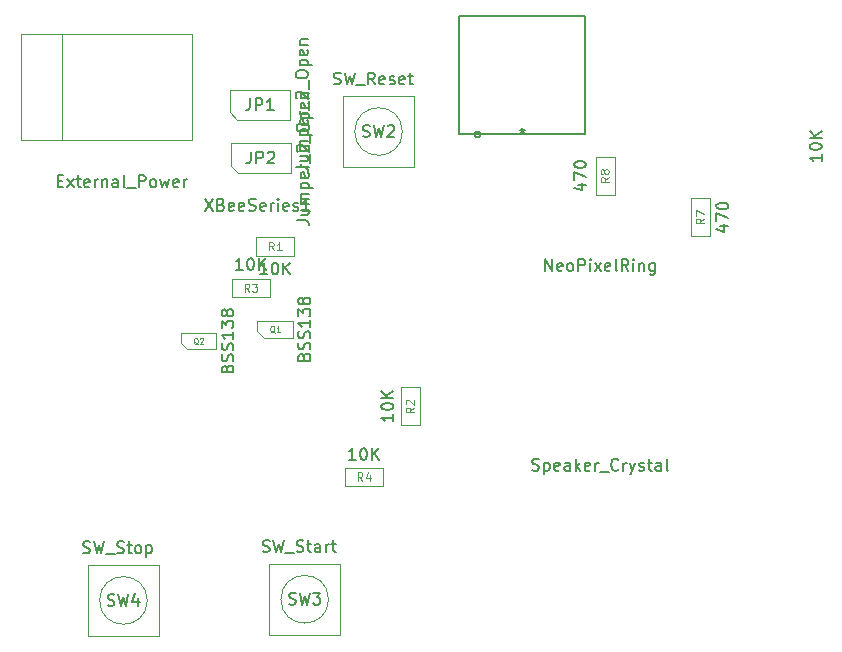
<source format=gbr>
G04 #@! TF.GenerationSoftware,KiCad,Pcbnew,5.0.1*
G04 #@! TF.CreationDate,2019-02-08T09:42:00-06:00*
G04 #@! TF.ProjectId,tomato_timer,746F6D61746F5F74696D65722E6B6963,rev?*
G04 #@! TF.SameCoordinates,Original*
G04 #@! TF.FileFunction,Other,Fab,Top*
%FSLAX46Y46*%
G04 Gerber Fmt 4.6, Leading zero omitted, Abs format (unit mm)*
G04 Created by KiCad (PCBNEW 5.0.1) date Fri 08 Feb 2019 09:42:00 AM CST*
%MOMM*%
%LPD*%
G01*
G04 APERTURE LIST*
%ADD10C,0.152400*%
%ADD11C,0.100000*%
%ADD12C,0.150000*%
%ADD13C,0.075000*%
%ADD14C,0.105000*%
G04 APERTURE END LIST*
D10*
G04 #@! TO.C,D1*
X183096000Y-70000000D02*
X193764000Y-70000000D01*
X193764000Y-70000000D02*
X193764000Y-59967000D01*
X193764000Y-59967000D02*
X183096000Y-59967000D01*
X183096000Y-59967000D02*
X183096000Y-70000000D01*
X184874000Y-70000000D02*
G75*
G03X184874000Y-70000000I-254000J0D01*
G01*
D11*
G04 #@! TO.C,JP1*
X164295000Y-68770000D02*
X163660000Y-68135000D01*
X168740000Y-68770000D02*
X164295000Y-68770000D01*
X168740000Y-66230000D02*
X168740000Y-68770000D01*
X163660000Y-66230000D02*
X168740000Y-66230000D01*
X163660000Y-68135000D02*
X163660000Y-66230000D01*
G04 #@! TO.C,Q1*
X166550000Y-87200000D02*
X169000000Y-87200000D01*
X165980000Y-86650000D02*
X165980000Y-85800000D01*
X166550000Y-87200000D02*
X165980000Y-86650000D01*
X165980000Y-85800000D02*
X169020000Y-85800000D01*
X169020000Y-87200000D02*
X169020000Y-85800000D01*
G04 #@! TO.C,Q2*
X160050000Y-88200000D02*
X162500000Y-88200000D01*
X159480000Y-87650000D02*
X159480000Y-86800000D01*
X160050000Y-88200000D02*
X159480000Y-87650000D01*
X159480000Y-86800000D02*
X162520000Y-86800000D01*
X162520000Y-88200000D02*
X162520000Y-86800000D01*
G04 #@! TO.C,SW2*
X176250000Y-72750000D02*
X173250000Y-72750000D01*
X173250000Y-72750000D02*
X173250000Y-66750000D01*
X173250000Y-66750000D02*
X179250000Y-66750000D01*
X179250000Y-66750000D02*
X179250000Y-72750000D01*
X179250000Y-72750000D02*
X176250000Y-72750000D01*
X178265564Y-69750000D02*
G75*
G03X178265564Y-69750000I-2015564J0D01*
G01*
G04 #@! TO.C,SW3*
X169996000Y-112350000D02*
X166996000Y-112350000D01*
X166996000Y-112350000D02*
X166996000Y-106350000D01*
X166996000Y-106350000D02*
X172996000Y-106350000D01*
X172996000Y-106350000D02*
X172996000Y-112350000D01*
X172996000Y-112350000D02*
X169996000Y-112350000D01*
X172011564Y-109350000D02*
G75*
G03X172011564Y-109350000I-2015564J0D01*
G01*
G04 #@! TO.C,SW4*
X154646000Y-112450000D02*
X151646000Y-112450000D01*
X151646000Y-112450000D02*
X151646000Y-106450000D01*
X151646000Y-106450000D02*
X157646000Y-106450000D01*
X157646000Y-106450000D02*
X157646000Y-112450000D01*
X157646000Y-112450000D02*
X154646000Y-112450000D01*
X156661564Y-109450000D02*
G75*
G03X156661564Y-109450000I-2015564J0D01*
G01*
G04 #@! TO.C,J1*
X160446000Y-61500000D02*
X145946000Y-61500000D01*
X160446000Y-70500000D02*
X160446000Y-61500000D01*
X145946000Y-70500000D02*
X160446000Y-70500000D01*
X145946000Y-61500000D02*
X145946000Y-70500000D01*
X149446000Y-61500000D02*
X149446000Y-70500000D01*
G04 #@! TO.C,JP2*
X163730000Y-72635000D02*
X163730000Y-70730000D01*
X163730000Y-70730000D02*
X168810000Y-70730000D01*
X168810000Y-70730000D02*
X168810000Y-73270000D01*
X168810000Y-73270000D02*
X164365000Y-73270000D01*
X164365000Y-73270000D02*
X163730000Y-72635000D01*
G04 #@! TO.C,R1*
X165900000Y-80300000D02*
X165900000Y-78700000D01*
X169100000Y-80300000D02*
X165900000Y-80300000D01*
X169100000Y-78700000D02*
X169100000Y-80300000D01*
X165900000Y-78700000D02*
X169100000Y-78700000D01*
G04 #@! TO.C,R2*
X179730000Y-91400000D02*
X179730000Y-94600000D01*
X179730000Y-94600000D02*
X178130000Y-94600000D01*
X178130000Y-94600000D02*
X178130000Y-91400000D01*
X178130000Y-91400000D02*
X179730000Y-91400000D01*
G04 #@! TO.C,R3*
X163830000Y-83800000D02*
X163830000Y-82200000D01*
X167030000Y-83800000D02*
X163830000Y-83800000D01*
X167030000Y-82200000D02*
X167030000Y-83800000D01*
X163830000Y-82200000D02*
X167030000Y-82200000D01*
G04 #@! TO.C,R4*
X176600000Y-99800000D02*
X173400000Y-99800000D01*
X173400000Y-99800000D02*
X173400000Y-98200000D01*
X173400000Y-98200000D02*
X176600000Y-98200000D01*
X176600000Y-98200000D02*
X176600000Y-99800000D01*
G04 #@! TO.C,R7*
X202700000Y-78600000D02*
X202700000Y-75400000D01*
X202700000Y-75400000D02*
X204300000Y-75400000D01*
X204300000Y-75400000D02*
X204300000Y-78600000D01*
X204300000Y-78600000D02*
X202700000Y-78600000D01*
G04 #@! TO.C,R8*
X196230000Y-75100000D02*
X194630000Y-75100000D01*
X196230000Y-71900000D02*
X196230000Y-75100000D01*
X194630000Y-71900000D02*
X196230000Y-71900000D01*
X194630000Y-75100000D02*
X194630000Y-71900000D01*
G04 #@! TD*
G04 #@! TO.C,D1*
D12*
X188430000Y-69452380D02*
X188430000Y-69690476D01*
X188191904Y-69595238D02*
X188430000Y-69690476D01*
X188668095Y-69595238D01*
X188287142Y-69880952D02*
X188430000Y-69690476D01*
X188572857Y-69880952D01*
G04 #@! TO.C,JP1*
X169252380Y-72761904D02*
X169966666Y-72761904D01*
X170109523Y-72809523D01*
X170204761Y-72904761D01*
X170252380Y-73047619D01*
X170252380Y-73142857D01*
X169585714Y-71857142D02*
X170252380Y-71857142D01*
X169585714Y-72285714D02*
X170109523Y-72285714D01*
X170204761Y-72238095D01*
X170252380Y-72142857D01*
X170252380Y-72000000D01*
X170204761Y-71904761D01*
X170157142Y-71857142D01*
X170252380Y-71380952D02*
X169585714Y-71380952D01*
X169680952Y-71380952D02*
X169633333Y-71333333D01*
X169585714Y-71238095D01*
X169585714Y-71095238D01*
X169633333Y-71000000D01*
X169728571Y-70952380D01*
X170252380Y-70952380D01*
X169728571Y-70952380D02*
X169633333Y-70904761D01*
X169585714Y-70809523D01*
X169585714Y-70666666D01*
X169633333Y-70571428D01*
X169728571Y-70523809D01*
X170252380Y-70523809D01*
X169585714Y-70047619D02*
X170585714Y-70047619D01*
X169633333Y-70047619D02*
X169585714Y-69952380D01*
X169585714Y-69761904D01*
X169633333Y-69666666D01*
X169680952Y-69619047D01*
X169776190Y-69571428D01*
X170061904Y-69571428D01*
X170157142Y-69619047D01*
X170204761Y-69666666D01*
X170252380Y-69761904D01*
X170252380Y-69952380D01*
X170204761Y-70047619D01*
X170204761Y-68761904D02*
X170252380Y-68857142D01*
X170252380Y-69047619D01*
X170204761Y-69142857D01*
X170109523Y-69190476D01*
X169728571Y-69190476D01*
X169633333Y-69142857D01*
X169585714Y-69047619D01*
X169585714Y-68857142D01*
X169633333Y-68761904D01*
X169728571Y-68714285D01*
X169823809Y-68714285D01*
X169919047Y-69190476D01*
X170252380Y-68285714D02*
X169585714Y-68285714D01*
X169776190Y-68285714D02*
X169680952Y-68238095D01*
X169633333Y-68190476D01*
X169585714Y-68095238D01*
X169585714Y-68000000D01*
X170347619Y-67904761D02*
X170347619Y-67142857D01*
X169347619Y-66952380D02*
X169300000Y-66904761D01*
X169252380Y-66809523D01*
X169252380Y-66571428D01*
X169300000Y-66476190D01*
X169347619Y-66428571D01*
X169442857Y-66380952D01*
X169538095Y-66380952D01*
X169680952Y-66428571D01*
X170252380Y-67000000D01*
X170252380Y-66380952D01*
X170347619Y-66190476D02*
X170347619Y-65428571D01*
X169252380Y-65000000D02*
X169252380Y-64809523D01*
X169300000Y-64714285D01*
X169395238Y-64619047D01*
X169585714Y-64571428D01*
X169919047Y-64571428D01*
X170109523Y-64619047D01*
X170204761Y-64714285D01*
X170252380Y-64809523D01*
X170252380Y-65000000D01*
X170204761Y-65095238D01*
X170109523Y-65190476D01*
X169919047Y-65238095D01*
X169585714Y-65238095D01*
X169395238Y-65190476D01*
X169300000Y-65095238D01*
X169252380Y-65000000D01*
X169585714Y-64142857D02*
X170585714Y-64142857D01*
X169633333Y-64142857D02*
X169585714Y-64047619D01*
X169585714Y-63857142D01*
X169633333Y-63761904D01*
X169680952Y-63714285D01*
X169776190Y-63666666D01*
X170061904Y-63666666D01*
X170157142Y-63714285D01*
X170204761Y-63761904D01*
X170252380Y-63857142D01*
X170252380Y-64047619D01*
X170204761Y-64142857D01*
X170204761Y-62857142D02*
X170252380Y-62952380D01*
X170252380Y-63142857D01*
X170204761Y-63238095D01*
X170109523Y-63285714D01*
X169728571Y-63285714D01*
X169633333Y-63238095D01*
X169585714Y-63142857D01*
X169585714Y-62952380D01*
X169633333Y-62857142D01*
X169728571Y-62809523D01*
X169823809Y-62809523D01*
X169919047Y-63285714D01*
X169585714Y-62380952D02*
X170252380Y-62380952D01*
X169680952Y-62380952D02*
X169633333Y-62333333D01*
X169585714Y-62238095D01*
X169585714Y-62095238D01*
X169633333Y-62000000D01*
X169728571Y-61952380D01*
X170252380Y-61952380D01*
X165366666Y-66952380D02*
X165366666Y-67666666D01*
X165319047Y-67809523D01*
X165223809Y-67904761D01*
X165080952Y-67952380D01*
X164985714Y-67952380D01*
X165842857Y-67952380D02*
X165842857Y-66952380D01*
X166223809Y-66952380D01*
X166319047Y-67000000D01*
X166366666Y-67047619D01*
X166414285Y-67142857D01*
X166414285Y-67285714D01*
X166366666Y-67380952D01*
X166319047Y-67428571D01*
X166223809Y-67476190D01*
X165842857Y-67476190D01*
X167366666Y-67952380D02*
X166795238Y-67952380D01*
X167080952Y-67952380D02*
X167080952Y-66952380D01*
X166985714Y-67095238D01*
X166890476Y-67190476D01*
X166795238Y-67238095D01*
G04 #@! TO.C,Q1*
X169928571Y-88809523D02*
X169976190Y-88666666D01*
X170023809Y-88619047D01*
X170119047Y-88571428D01*
X170261904Y-88571428D01*
X170357142Y-88619047D01*
X170404761Y-88666666D01*
X170452380Y-88761904D01*
X170452380Y-89142857D01*
X169452380Y-89142857D01*
X169452380Y-88809523D01*
X169500000Y-88714285D01*
X169547619Y-88666666D01*
X169642857Y-88619047D01*
X169738095Y-88619047D01*
X169833333Y-88666666D01*
X169880952Y-88714285D01*
X169928571Y-88809523D01*
X169928571Y-89142857D01*
X170404761Y-88190476D02*
X170452380Y-88047619D01*
X170452380Y-87809523D01*
X170404761Y-87714285D01*
X170357142Y-87666666D01*
X170261904Y-87619047D01*
X170166666Y-87619047D01*
X170071428Y-87666666D01*
X170023809Y-87714285D01*
X169976190Y-87809523D01*
X169928571Y-88000000D01*
X169880952Y-88095238D01*
X169833333Y-88142857D01*
X169738095Y-88190476D01*
X169642857Y-88190476D01*
X169547619Y-88142857D01*
X169500000Y-88095238D01*
X169452380Y-88000000D01*
X169452380Y-87761904D01*
X169500000Y-87619047D01*
X170404761Y-87238095D02*
X170452380Y-87095238D01*
X170452380Y-86857142D01*
X170404761Y-86761904D01*
X170357142Y-86714285D01*
X170261904Y-86666666D01*
X170166666Y-86666666D01*
X170071428Y-86714285D01*
X170023809Y-86761904D01*
X169976190Y-86857142D01*
X169928571Y-87047619D01*
X169880952Y-87142857D01*
X169833333Y-87190476D01*
X169738095Y-87238095D01*
X169642857Y-87238095D01*
X169547619Y-87190476D01*
X169500000Y-87142857D01*
X169452380Y-87047619D01*
X169452380Y-86809523D01*
X169500000Y-86666666D01*
X170452380Y-85714285D02*
X170452380Y-86285714D01*
X170452380Y-86000000D02*
X169452380Y-86000000D01*
X169595238Y-86095238D01*
X169690476Y-86190476D01*
X169738095Y-86285714D01*
X169452380Y-85380952D02*
X169452380Y-84761904D01*
X169833333Y-85095238D01*
X169833333Y-84952380D01*
X169880952Y-84857142D01*
X169928571Y-84809523D01*
X170023809Y-84761904D01*
X170261904Y-84761904D01*
X170357142Y-84809523D01*
X170404761Y-84857142D01*
X170452380Y-84952380D01*
X170452380Y-85238095D01*
X170404761Y-85333333D01*
X170357142Y-85380952D01*
X169880952Y-84190476D02*
X169833333Y-84285714D01*
X169785714Y-84333333D01*
X169690476Y-84380952D01*
X169642857Y-84380952D01*
X169547619Y-84333333D01*
X169500000Y-84285714D01*
X169452380Y-84190476D01*
X169452380Y-84000000D01*
X169500000Y-83904761D01*
X169547619Y-83857142D01*
X169642857Y-83809523D01*
X169690476Y-83809523D01*
X169785714Y-83857142D01*
X169833333Y-83904761D01*
X169880952Y-84000000D01*
X169880952Y-84190476D01*
X169928571Y-84285714D01*
X169976190Y-84333333D01*
X170071428Y-84380952D01*
X170261904Y-84380952D01*
X170357142Y-84333333D01*
X170404761Y-84285714D01*
X170452380Y-84190476D01*
X170452380Y-84000000D01*
X170404761Y-83904761D01*
X170357142Y-83857142D01*
X170261904Y-83809523D01*
X170071428Y-83809523D01*
X169976190Y-83857142D01*
X169928571Y-83904761D01*
X169880952Y-84000000D01*
D13*
X167452380Y-86773809D02*
X167404761Y-86750000D01*
X167357142Y-86702380D01*
X167285714Y-86630952D01*
X167238095Y-86607142D01*
X167190476Y-86607142D01*
X167214285Y-86726190D02*
X167166666Y-86702380D01*
X167119047Y-86654761D01*
X167095238Y-86559523D01*
X167095238Y-86392857D01*
X167119047Y-86297619D01*
X167166666Y-86250000D01*
X167214285Y-86226190D01*
X167309523Y-86226190D01*
X167357142Y-86250000D01*
X167404761Y-86297619D01*
X167428571Y-86392857D01*
X167428571Y-86559523D01*
X167404761Y-86654761D01*
X167357142Y-86702380D01*
X167309523Y-86726190D01*
X167214285Y-86726190D01*
X167904761Y-86726190D02*
X167619047Y-86726190D01*
X167761904Y-86726190D02*
X167761904Y-86226190D01*
X167714285Y-86297619D01*
X167666666Y-86345238D01*
X167619047Y-86369047D01*
G04 #@! TO.C,Q2*
D12*
X163428571Y-89809523D02*
X163476190Y-89666666D01*
X163523809Y-89619047D01*
X163619047Y-89571428D01*
X163761904Y-89571428D01*
X163857142Y-89619047D01*
X163904761Y-89666666D01*
X163952380Y-89761904D01*
X163952380Y-90142857D01*
X162952380Y-90142857D01*
X162952380Y-89809523D01*
X163000000Y-89714285D01*
X163047619Y-89666666D01*
X163142857Y-89619047D01*
X163238095Y-89619047D01*
X163333333Y-89666666D01*
X163380952Y-89714285D01*
X163428571Y-89809523D01*
X163428571Y-90142857D01*
X163904761Y-89190476D02*
X163952380Y-89047619D01*
X163952380Y-88809523D01*
X163904761Y-88714285D01*
X163857142Y-88666666D01*
X163761904Y-88619047D01*
X163666666Y-88619047D01*
X163571428Y-88666666D01*
X163523809Y-88714285D01*
X163476190Y-88809523D01*
X163428571Y-89000000D01*
X163380952Y-89095238D01*
X163333333Y-89142857D01*
X163238095Y-89190476D01*
X163142857Y-89190476D01*
X163047619Y-89142857D01*
X163000000Y-89095238D01*
X162952380Y-89000000D01*
X162952380Y-88761904D01*
X163000000Y-88619047D01*
X163904761Y-88238095D02*
X163952380Y-88095238D01*
X163952380Y-87857142D01*
X163904761Y-87761904D01*
X163857142Y-87714285D01*
X163761904Y-87666666D01*
X163666666Y-87666666D01*
X163571428Y-87714285D01*
X163523809Y-87761904D01*
X163476190Y-87857142D01*
X163428571Y-88047619D01*
X163380952Y-88142857D01*
X163333333Y-88190476D01*
X163238095Y-88238095D01*
X163142857Y-88238095D01*
X163047619Y-88190476D01*
X163000000Y-88142857D01*
X162952380Y-88047619D01*
X162952380Y-87809523D01*
X163000000Y-87666666D01*
X163952380Y-86714285D02*
X163952380Y-87285714D01*
X163952380Y-87000000D02*
X162952380Y-87000000D01*
X163095238Y-87095238D01*
X163190476Y-87190476D01*
X163238095Y-87285714D01*
X162952380Y-86380952D02*
X162952380Y-85761904D01*
X163333333Y-86095238D01*
X163333333Y-85952380D01*
X163380952Y-85857142D01*
X163428571Y-85809523D01*
X163523809Y-85761904D01*
X163761904Y-85761904D01*
X163857142Y-85809523D01*
X163904761Y-85857142D01*
X163952380Y-85952380D01*
X163952380Y-86238095D01*
X163904761Y-86333333D01*
X163857142Y-86380952D01*
X163380952Y-85190476D02*
X163333333Y-85285714D01*
X163285714Y-85333333D01*
X163190476Y-85380952D01*
X163142857Y-85380952D01*
X163047619Y-85333333D01*
X163000000Y-85285714D01*
X162952380Y-85190476D01*
X162952380Y-85000000D01*
X163000000Y-84904761D01*
X163047619Y-84857142D01*
X163142857Y-84809523D01*
X163190476Y-84809523D01*
X163285714Y-84857142D01*
X163333333Y-84904761D01*
X163380952Y-85000000D01*
X163380952Y-85190476D01*
X163428571Y-85285714D01*
X163476190Y-85333333D01*
X163571428Y-85380952D01*
X163761904Y-85380952D01*
X163857142Y-85333333D01*
X163904761Y-85285714D01*
X163952380Y-85190476D01*
X163952380Y-85000000D01*
X163904761Y-84904761D01*
X163857142Y-84857142D01*
X163761904Y-84809523D01*
X163571428Y-84809523D01*
X163476190Y-84857142D01*
X163428571Y-84904761D01*
X163380952Y-85000000D01*
D13*
X160952380Y-87773809D02*
X160904761Y-87750000D01*
X160857142Y-87702380D01*
X160785714Y-87630952D01*
X160738095Y-87607142D01*
X160690476Y-87607142D01*
X160714285Y-87726190D02*
X160666666Y-87702380D01*
X160619047Y-87654761D01*
X160595238Y-87559523D01*
X160595238Y-87392857D01*
X160619047Y-87297619D01*
X160666666Y-87250000D01*
X160714285Y-87226190D01*
X160809523Y-87226190D01*
X160857142Y-87250000D01*
X160904761Y-87297619D01*
X160928571Y-87392857D01*
X160928571Y-87559523D01*
X160904761Y-87654761D01*
X160857142Y-87702380D01*
X160809523Y-87726190D01*
X160714285Y-87726190D01*
X161119047Y-87273809D02*
X161142857Y-87250000D01*
X161190476Y-87226190D01*
X161309523Y-87226190D01*
X161357142Y-87250000D01*
X161380952Y-87273809D01*
X161404761Y-87321428D01*
X161404761Y-87369047D01*
X161380952Y-87440476D01*
X161095238Y-87726190D01*
X161404761Y-87726190D01*
G04 #@! TO.C,SW2*
D12*
X172464285Y-65704761D02*
X172607142Y-65752380D01*
X172845238Y-65752380D01*
X172940476Y-65704761D01*
X172988095Y-65657142D01*
X173035714Y-65561904D01*
X173035714Y-65466666D01*
X172988095Y-65371428D01*
X172940476Y-65323809D01*
X172845238Y-65276190D01*
X172654761Y-65228571D01*
X172559523Y-65180952D01*
X172511904Y-65133333D01*
X172464285Y-65038095D01*
X172464285Y-64942857D01*
X172511904Y-64847619D01*
X172559523Y-64800000D01*
X172654761Y-64752380D01*
X172892857Y-64752380D01*
X173035714Y-64800000D01*
X173369047Y-64752380D02*
X173607142Y-65752380D01*
X173797619Y-65038095D01*
X173988095Y-65752380D01*
X174226190Y-64752380D01*
X174369047Y-65847619D02*
X175130952Y-65847619D01*
X175940476Y-65752380D02*
X175607142Y-65276190D01*
X175369047Y-65752380D02*
X175369047Y-64752380D01*
X175750000Y-64752380D01*
X175845238Y-64800000D01*
X175892857Y-64847619D01*
X175940476Y-64942857D01*
X175940476Y-65085714D01*
X175892857Y-65180952D01*
X175845238Y-65228571D01*
X175750000Y-65276190D01*
X175369047Y-65276190D01*
X176750000Y-65704761D02*
X176654761Y-65752380D01*
X176464285Y-65752380D01*
X176369047Y-65704761D01*
X176321428Y-65609523D01*
X176321428Y-65228571D01*
X176369047Y-65133333D01*
X176464285Y-65085714D01*
X176654761Y-65085714D01*
X176750000Y-65133333D01*
X176797619Y-65228571D01*
X176797619Y-65323809D01*
X176321428Y-65419047D01*
X177178571Y-65704761D02*
X177273809Y-65752380D01*
X177464285Y-65752380D01*
X177559523Y-65704761D01*
X177607142Y-65609523D01*
X177607142Y-65561904D01*
X177559523Y-65466666D01*
X177464285Y-65419047D01*
X177321428Y-65419047D01*
X177226190Y-65371428D01*
X177178571Y-65276190D01*
X177178571Y-65228571D01*
X177226190Y-65133333D01*
X177321428Y-65085714D01*
X177464285Y-65085714D01*
X177559523Y-65133333D01*
X178416666Y-65704761D02*
X178321428Y-65752380D01*
X178130952Y-65752380D01*
X178035714Y-65704761D01*
X177988095Y-65609523D01*
X177988095Y-65228571D01*
X178035714Y-65133333D01*
X178130952Y-65085714D01*
X178321428Y-65085714D01*
X178416666Y-65133333D01*
X178464285Y-65228571D01*
X178464285Y-65323809D01*
X177988095Y-65419047D01*
X178750000Y-65085714D02*
X179130952Y-65085714D01*
X178892857Y-64752380D02*
X178892857Y-65609523D01*
X178940476Y-65704761D01*
X179035714Y-65752380D01*
X179130952Y-65752380D01*
X174916666Y-70154761D02*
X175059523Y-70202380D01*
X175297619Y-70202380D01*
X175392857Y-70154761D01*
X175440476Y-70107142D01*
X175488095Y-70011904D01*
X175488095Y-69916666D01*
X175440476Y-69821428D01*
X175392857Y-69773809D01*
X175297619Y-69726190D01*
X175107142Y-69678571D01*
X175011904Y-69630952D01*
X174964285Y-69583333D01*
X174916666Y-69488095D01*
X174916666Y-69392857D01*
X174964285Y-69297619D01*
X175011904Y-69250000D01*
X175107142Y-69202380D01*
X175345238Y-69202380D01*
X175488095Y-69250000D01*
X175821428Y-69202380D02*
X176059523Y-70202380D01*
X176250000Y-69488095D01*
X176440476Y-70202380D01*
X176678571Y-69202380D01*
X177011904Y-69297619D02*
X177059523Y-69250000D01*
X177154761Y-69202380D01*
X177392857Y-69202380D01*
X177488095Y-69250000D01*
X177535714Y-69297619D01*
X177583333Y-69392857D01*
X177583333Y-69488095D01*
X177535714Y-69630952D01*
X176964285Y-70202380D01*
X177583333Y-70202380D01*
G04 #@! TO.C,SW3*
X166448380Y-105304761D02*
X166591238Y-105352380D01*
X166829333Y-105352380D01*
X166924571Y-105304761D01*
X166972190Y-105257142D01*
X167019809Y-105161904D01*
X167019809Y-105066666D01*
X166972190Y-104971428D01*
X166924571Y-104923809D01*
X166829333Y-104876190D01*
X166638857Y-104828571D01*
X166543619Y-104780952D01*
X166496000Y-104733333D01*
X166448380Y-104638095D01*
X166448380Y-104542857D01*
X166496000Y-104447619D01*
X166543619Y-104400000D01*
X166638857Y-104352380D01*
X166876952Y-104352380D01*
X167019809Y-104400000D01*
X167353142Y-104352380D02*
X167591238Y-105352380D01*
X167781714Y-104638095D01*
X167972190Y-105352380D01*
X168210285Y-104352380D01*
X168353142Y-105447619D02*
X169115047Y-105447619D01*
X169305523Y-105304761D02*
X169448380Y-105352380D01*
X169686476Y-105352380D01*
X169781714Y-105304761D01*
X169829333Y-105257142D01*
X169876952Y-105161904D01*
X169876952Y-105066666D01*
X169829333Y-104971428D01*
X169781714Y-104923809D01*
X169686476Y-104876190D01*
X169496000Y-104828571D01*
X169400761Y-104780952D01*
X169353142Y-104733333D01*
X169305523Y-104638095D01*
X169305523Y-104542857D01*
X169353142Y-104447619D01*
X169400761Y-104400000D01*
X169496000Y-104352380D01*
X169734095Y-104352380D01*
X169876952Y-104400000D01*
X170162666Y-104685714D02*
X170543619Y-104685714D01*
X170305523Y-104352380D02*
X170305523Y-105209523D01*
X170353142Y-105304761D01*
X170448380Y-105352380D01*
X170543619Y-105352380D01*
X171305523Y-105352380D02*
X171305523Y-104828571D01*
X171257904Y-104733333D01*
X171162666Y-104685714D01*
X170972190Y-104685714D01*
X170876952Y-104733333D01*
X171305523Y-105304761D02*
X171210285Y-105352380D01*
X170972190Y-105352380D01*
X170876952Y-105304761D01*
X170829333Y-105209523D01*
X170829333Y-105114285D01*
X170876952Y-105019047D01*
X170972190Y-104971428D01*
X171210285Y-104971428D01*
X171305523Y-104923809D01*
X171781714Y-105352380D02*
X171781714Y-104685714D01*
X171781714Y-104876190D02*
X171829333Y-104780952D01*
X171876952Y-104733333D01*
X171972190Y-104685714D01*
X172067428Y-104685714D01*
X172257904Y-104685714D02*
X172638857Y-104685714D01*
X172400761Y-104352380D02*
X172400761Y-105209523D01*
X172448380Y-105304761D01*
X172543619Y-105352380D01*
X172638857Y-105352380D01*
X168662666Y-109754761D02*
X168805523Y-109802380D01*
X169043619Y-109802380D01*
X169138857Y-109754761D01*
X169186476Y-109707142D01*
X169234095Y-109611904D01*
X169234095Y-109516666D01*
X169186476Y-109421428D01*
X169138857Y-109373809D01*
X169043619Y-109326190D01*
X168853142Y-109278571D01*
X168757904Y-109230952D01*
X168710285Y-109183333D01*
X168662666Y-109088095D01*
X168662666Y-108992857D01*
X168710285Y-108897619D01*
X168757904Y-108850000D01*
X168853142Y-108802380D01*
X169091238Y-108802380D01*
X169234095Y-108850000D01*
X169567428Y-108802380D02*
X169805523Y-109802380D01*
X169996000Y-109088095D01*
X170186476Y-109802380D01*
X170424571Y-108802380D01*
X170710285Y-108802380D02*
X171329333Y-108802380D01*
X170996000Y-109183333D01*
X171138857Y-109183333D01*
X171234095Y-109230952D01*
X171281714Y-109278571D01*
X171329333Y-109373809D01*
X171329333Y-109611904D01*
X171281714Y-109707142D01*
X171234095Y-109754761D01*
X171138857Y-109802380D01*
X170853142Y-109802380D01*
X170757904Y-109754761D01*
X170710285Y-109707142D01*
G04 #@! TO.C,SW4*
X151241238Y-105404761D02*
X151384095Y-105452380D01*
X151622190Y-105452380D01*
X151717428Y-105404761D01*
X151765047Y-105357142D01*
X151812666Y-105261904D01*
X151812666Y-105166666D01*
X151765047Y-105071428D01*
X151717428Y-105023809D01*
X151622190Y-104976190D01*
X151431714Y-104928571D01*
X151336476Y-104880952D01*
X151288857Y-104833333D01*
X151241238Y-104738095D01*
X151241238Y-104642857D01*
X151288857Y-104547619D01*
X151336476Y-104500000D01*
X151431714Y-104452380D01*
X151669809Y-104452380D01*
X151812666Y-104500000D01*
X152146000Y-104452380D02*
X152384095Y-105452380D01*
X152574571Y-104738095D01*
X152765047Y-105452380D01*
X153003142Y-104452380D01*
X153146000Y-105547619D02*
X153907904Y-105547619D01*
X154098380Y-105404761D02*
X154241238Y-105452380D01*
X154479333Y-105452380D01*
X154574571Y-105404761D01*
X154622190Y-105357142D01*
X154669809Y-105261904D01*
X154669809Y-105166666D01*
X154622190Y-105071428D01*
X154574571Y-105023809D01*
X154479333Y-104976190D01*
X154288857Y-104928571D01*
X154193619Y-104880952D01*
X154146000Y-104833333D01*
X154098380Y-104738095D01*
X154098380Y-104642857D01*
X154146000Y-104547619D01*
X154193619Y-104500000D01*
X154288857Y-104452380D01*
X154526952Y-104452380D01*
X154669809Y-104500000D01*
X154955523Y-104785714D02*
X155336476Y-104785714D01*
X155098380Y-104452380D02*
X155098380Y-105309523D01*
X155146000Y-105404761D01*
X155241238Y-105452380D01*
X155336476Y-105452380D01*
X155812666Y-105452380D02*
X155717428Y-105404761D01*
X155669809Y-105357142D01*
X155622190Y-105261904D01*
X155622190Y-104976190D01*
X155669809Y-104880952D01*
X155717428Y-104833333D01*
X155812666Y-104785714D01*
X155955523Y-104785714D01*
X156050761Y-104833333D01*
X156098380Y-104880952D01*
X156146000Y-104976190D01*
X156146000Y-105261904D01*
X156098380Y-105357142D01*
X156050761Y-105404761D01*
X155955523Y-105452380D01*
X155812666Y-105452380D01*
X156574571Y-104785714D02*
X156574571Y-105785714D01*
X156574571Y-104833333D02*
X156669809Y-104785714D01*
X156860285Y-104785714D01*
X156955523Y-104833333D01*
X157003142Y-104880952D01*
X157050761Y-104976190D01*
X157050761Y-105261904D01*
X157003142Y-105357142D01*
X156955523Y-105404761D01*
X156860285Y-105452380D01*
X156669809Y-105452380D01*
X156574571Y-105404761D01*
X153312666Y-109854761D02*
X153455523Y-109902380D01*
X153693619Y-109902380D01*
X153788857Y-109854761D01*
X153836476Y-109807142D01*
X153884095Y-109711904D01*
X153884095Y-109616666D01*
X153836476Y-109521428D01*
X153788857Y-109473809D01*
X153693619Y-109426190D01*
X153503142Y-109378571D01*
X153407904Y-109330952D01*
X153360285Y-109283333D01*
X153312666Y-109188095D01*
X153312666Y-109092857D01*
X153360285Y-108997619D01*
X153407904Y-108950000D01*
X153503142Y-108902380D01*
X153741238Y-108902380D01*
X153884095Y-108950000D01*
X154217428Y-108902380D02*
X154455523Y-109902380D01*
X154646000Y-109188095D01*
X154836476Y-109902380D01*
X155074571Y-108902380D01*
X155884095Y-109235714D02*
X155884095Y-109902380D01*
X155646000Y-108854761D02*
X155407904Y-109569047D01*
X156026952Y-109569047D01*
G04 #@! TO.C,LS1*
X189261904Y-98404761D02*
X189404761Y-98452380D01*
X189642857Y-98452380D01*
X189738095Y-98404761D01*
X189785714Y-98357142D01*
X189833333Y-98261904D01*
X189833333Y-98166666D01*
X189785714Y-98071428D01*
X189738095Y-98023809D01*
X189642857Y-97976190D01*
X189452380Y-97928571D01*
X189357142Y-97880952D01*
X189309523Y-97833333D01*
X189261904Y-97738095D01*
X189261904Y-97642857D01*
X189309523Y-97547619D01*
X189357142Y-97500000D01*
X189452380Y-97452380D01*
X189690476Y-97452380D01*
X189833333Y-97500000D01*
X190261904Y-97785714D02*
X190261904Y-98785714D01*
X190261904Y-97833333D02*
X190357142Y-97785714D01*
X190547619Y-97785714D01*
X190642857Y-97833333D01*
X190690476Y-97880952D01*
X190738095Y-97976190D01*
X190738095Y-98261904D01*
X190690476Y-98357142D01*
X190642857Y-98404761D01*
X190547619Y-98452380D01*
X190357142Y-98452380D01*
X190261904Y-98404761D01*
X191547619Y-98404761D02*
X191452380Y-98452380D01*
X191261904Y-98452380D01*
X191166666Y-98404761D01*
X191119047Y-98309523D01*
X191119047Y-97928571D01*
X191166666Y-97833333D01*
X191261904Y-97785714D01*
X191452380Y-97785714D01*
X191547619Y-97833333D01*
X191595238Y-97928571D01*
X191595238Y-98023809D01*
X191119047Y-98119047D01*
X192452380Y-98452380D02*
X192452380Y-97928571D01*
X192404761Y-97833333D01*
X192309523Y-97785714D01*
X192119047Y-97785714D01*
X192023809Y-97833333D01*
X192452380Y-98404761D02*
X192357142Y-98452380D01*
X192119047Y-98452380D01*
X192023809Y-98404761D01*
X191976190Y-98309523D01*
X191976190Y-98214285D01*
X192023809Y-98119047D01*
X192119047Y-98071428D01*
X192357142Y-98071428D01*
X192452380Y-98023809D01*
X192928571Y-98452380D02*
X192928571Y-97452380D01*
X193023809Y-98071428D02*
X193309523Y-98452380D01*
X193309523Y-97785714D02*
X192928571Y-98166666D01*
X194119047Y-98404761D02*
X194023809Y-98452380D01*
X193833333Y-98452380D01*
X193738095Y-98404761D01*
X193690476Y-98309523D01*
X193690476Y-97928571D01*
X193738095Y-97833333D01*
X193833333Y-97785714D01*
X194023809Y-97785714D01*
X194119047Y-97833333D01*
X194166666Y-97928571D01*
X194166666Y-98023809D01*
X193690476Y-98119047D01*
X194595238Y-98452380D02*
X194595238Y-97785714D01*
X194595238Y-97976190D02*
X194642857Y-97880952D01*
X194690476Y-97833333D01*
X194785714Y-97785714D01*
X194880952Y-97785714D01*
X194976190Y-98547619D02*
X195738095Y-98547619D01*
X196547619Y-98357142D02*
X196500000Y-98404761D01*
X196357142Y-98452380D01*
X196261904Y-98452380D01*
X196119047Y-98404761D01*
X196023809Y-98309523D01*
X195976190Y-98214285D01*
X195928571Y-98023809D01*
X195928571Y-97880952D01*
X195976190Y-97690476D01*
X196023809Y-97595238D01*
X196119047Y-97500000D01*
X196261904Y-97452380D01*
X196357142Y-97452380D01*
X196500000Y-97500000D01*
X196547619Y-97547619D01*
X196976190Y-98452380D02*
X196976190Y-97785714D01*
X196976190Y-97976190D02*
X197023809Y-97880952D01*
X197071428Y-97833333D01*
X197166666Y-97785714D01*
X197261904Y-97785714D01*
X197500000Y-97785714D02*
X197738095Y-98452380D01*
X197976190Y-97785714D02*
X197738095Y-98452380D01*
X197642857Y-98690476D01*
X197595238Y-98738095D01*
X197500000Y-98785714D01*
X198309523Y-98404761D02*
X198404761Y-98452380D01*
X198595238Y-98452380D01*
X198690476Y-98404761D01*
X198738095Y-98309523D01*
X198738095Y-98261904D01*
X198690476Y-98166666D01*
X198595238Y-98119047D01*
X198452380Y-98119047D01*
X198357142Y-98071428D01*
X198309523Y-97976190D01*
X198309523Y-97928571D01*
X198357142Y-97833333D01*
X198452380Y-97785714D01*
X198595238Y-97785714D01*
X198690476Y-97833333D01*
X199023809Y-97785714D02*
X199404761Y-97785714D01*
X199166666Y-97452380D02*
X199166666Y-98309523D01*
X199214285Y-98404761D01*
X199309523Y-98452380D01*
X199404761Y-98452380D01*
X200166666Y-98452380D02*
X200166666Y-97928571D01*
X200119047Y-97833333D01*
X200023809Y-97785714D01*
X199833333Y-97785714D01*
X199738095Y-97833333D01*
X200166666Y-98404761D02*
X200071428Y-98452380D01*
X199833333Y-98452380D01*
X199738095Y-98404761D01*
X199690476Y-98309523D01*
X199690476Y-98214285D01*
X199738095Y-98119047D01*
X199833333Y-98071428D01*
X200071428Y-98071428D01*
X200166666Y-98023809D01*
X200785714Y-98452380D02*
X200690476Y-98404761D01*
X200642857Y-98309523D01*
X200642857Y-97452380D01*
G04 #@! TO.C,U1*
X161547619Y-75452380D02*
X162214285Y-76452380D01*
X162214285Y-75452380D02*
X161547619Y-76452380D01*
X162928571Y-75928571D02*
X163071428Y-75976190D01*
X163119047Y-76023809D01*
X163166666Y-76119047D01*
X163166666Y-76261904D01*
X163119047Y-76357142D01*
X163071428Y-76404761D01*
X162976190Y-76452380D01*
X162595238Y-76452380D01*
X162595238Y-75452380D01*
X162928571Y-75452380D01*
X163023809Y-75500000D01*
X163071428Y-75547619D01*
X163119047Y-75642857D01*
X163119047Y-75738095D01*
X163071428Y-75833333D01*
X163023809Y-75880952D01*
X162928571Y-75928571D01*
X162595238Y-75928571D01*
X163976190Y-76404761D02*
X163880952Y-76452380D01*
X163690476Y-76452380D01*
X163595238Y-76404761D01*
X163547619Y-76309523D01*
X163547619Y-75928571D01*
X163595238Y-75833333D01*
X163690476Y-75785714D01*
X163880952Y-75785714D01*
X163976190Y-75833333D01*
X164023809Y-75928571D01*
X164023809Y-76023809D01*
X163547619Y-76119047D01*
X164833333Y-76404761D02*
X164738095Y-76452380D01*
X164547619Y-76452380D01*
X164452380Y-76404761D01*
X164404761Y-76309523D01*
X164404761Y-75928571D01*
X164452380Y-75833333D01*
X164547619Y-75785714D01*
X164738095Y-75785714D01*
X164833333Y-75833333D01*
X164880952Y-75928571D01*
X164880952Y-76023809D01*
X164404761Y-76119047D01*
X165261904Y-76404761D02*
X165404761Y-76452380D01*
X165642857Y-76452380D01*
X165738095Y-76404761D01*
X165785714Y-76357142D01*
X165833333Y-76261904D01*
X165833333Y-76166666D01*
X165785714Y-76071428D01*
X165738095Y-76023809D01*
X165642857Y-75976190D01*
X165452380Y-75928571D01*
X165357142Y-75880952D01*
X165309523Y-75833333D01*
X165261904Y-75738095D01*
X165261904Y-75642857D01*
X165309523Y-75547619D01*
X165357142Y-75500000D01*
X165452380Y-75452380D01*
X165690476Y-75452380D01*
X165833333Y-75500000D01*
X166642857Y-76404761D02*
X166547619Y-76452380D01*
X166357142Y-76452380D01*
X166261904Y-76404761D01*
X166214285Y-76309523D01*
X166214285Y-75928571D01*
X166261904Y-75833333D01*
X166357142Y-75785714D01*
X166547619Y-75785714D01*
X166642857Y-75833333D01*
X166690476Y-75928571D01*
X166690476Y-76023809D01*
X166214285Y-76119047D01*
X167119047Y-76452380D02*
X167119047Y-75785714D01*
X167119047Y-75976190D02*
X167166666Y-75880952D01*
X167214285Y-75833333D01*
X167309523Y-75785714D01*
X167404761Y-75785714D01*
X167738095Y-76452380D02*
X167738095Y-75785714D01*
X167738095Y-75452380D02*
X167690476Y-75500000D01*
X167738095Y-75547619D01*
X167785714Y-75500000D01*
X167738095Y-75452380D01*
X167738095Y-75547619D01*
X168595238Y-76404761D02*
X168500000Y-76452380D01*
X168309523Y-76452380D01*
X168214285Y-76404761D01*
X168166666Y-76309523D01*
X168166666Y-75928571D01*
X168214285Y-75833333D01*
X168309523Y-75785714D01*
X168500000Y-75785714D01*
X168595238Y-75833333D01*
X168642857Y-75928571D01*
X168642857Y-76023809D01*
X168166666Y-76119047D01*
X169023809Y-76404761D02*
X169119047Y-76452380D01*
X169309523Y-76452380D01*
X169404761Y-76404761D01*
X169452380Y-76309523D01*
X169452380Y-76261904D01*
X169404761Y-76166666D01*
X169309523Y-76119047D01*
X169166666Y-76119047D01*
X169071428Y-76071428D01*
X169023809Y-75976190D01*
X169023809Y-75928571D01*
X169071428Y-75833333D01*
X169166666Y-75785714D01*
X169309523Y-75785714D01*
X169404761Y-75833333D01*
X170404761Y-76452380D02*
X169833333Y-76452380D01*
X170119047Y-76452380D02*
X170119047Y-75452380D01*
X170023809Y-75595238D01*
X169928571Y-75690476D01*
X169833333Y-75738095D01*
G04 #@! TO.C,J1*
X149095238Y-73928571D02*
X149428571Y-73928571D01*
X149571428Y-74452380D02*
X149095238Y-74452380D01*
X149095238Y-73452380D01*
X149571428Y-73452380D01*
X149904761Y-74452380D02*
X150428571Y-73785714D01*
X149904761Y-73785714D02*
X150428571Y-74452380D01*
X150666666Y-73785714D02*
X151047619Y-73785714D01*
X150809523Y-73452380D02*
X150809523Y-74309523D01*
X150857142Y-74404761D01*
X150952380Y-74452380D01*
X151047619Y-74452380D01*
X151761904Y-74404761D02*
X151666666Y-74452380D01*
X151476190Y-74452380D01*
X151380952Y-74404761D01*
X151333333Y-74309523D01*
X151333333Y-73928571D01*
X151380952Y-73833333D01*
X151476190Y-73785714D01*
X151666666Y-73785714D01*
X151761904Y-73833333D01*
X151809523Y-73928571D01*
X151809523Y-74023809D01*
X151333333Y-74119047D01*
X152238095Y-74452380D02*
X152238095Y-73785714D01*
X152238095Y-73976190D02*
X152285714Y-73880952D01*
X152333333Y-73833333D01*
X152428571Y-73785714D01*
X152523809Y-73785714D01*
X152857142Y-73785714D02*
X152857142Y-74452380D01*
X152857142Y-73880952D02*
X152904761Y-73833333D01*
X153000000Y-73785714D01*
X153142857Y-73785714D01*
X153238095Y-73833333D01*
X153285714Y-73928571D01*
X153285714Y-74452380D01*
X154190476Y-74452380D02*
X154190476Y-73928571D01*
X154142857Y-73833333D01*
X154047619Y-73785714D01*
X153857142Y-73785714D01*
X153761904Y-73833333D01*
X154190476Y-74404761D02*
X154095238Y-74452380D01*
X153857142Y-74452380D01*
X153761904Y-74404761D01*
X153714285Y-74309523D01*
X153714285Y-74214285D01*
X153761904Y-74119047D01*
X153857142Y-74071428D01*
X154095238Y-74071428D01*
X154190476Y-74023809D01*
X154809523Y-74452380D02*
X154714285Y-74404761D01*
X154666666Y-74309523D01*
X154666666Y-73452380D01*
X154952380Y-74547619D02*
X155714285Y-74547619D01*
X155952380Y-74452380D02*
X155952380Y-73452380D01*
X156333333Y-73452380D01*
X156428571Y-73500000D01*
X156476190Y-73547619D01*
X156523809Y-73642857D01*
X156523809Y-73785714D01*
X156476190Y-73880952D01*
X156428571Y-73928571D01*
X156333333Y-73976190D01*
X155952380Y-73976190D01*
X157095238Y-74452380D02*
X157000000Y-74404761D01*
X156952380Y-74357142D01*
X156904761Y-74261904D01*
X156904761Y-73976190D01*
X156952380Y-73880952D01*
X157000000Y-73833333D01*
X157095238Y-73785714D01*
X157238095Y-73785714D01*
X157333333Y-73833333D01*
X157380952Y-73880952D01*
X157428571Y-73976190D01*
X157428571Y-74261904D01*
X157380952Y-74357142D01*
X157333333Y-74404761D01*
X157238095Y-74452380D01*
X157095238Y-74452380D01*
X157761904Y-73785714D02*
X157952380Y-74452380D01*
X158142857Y-73976190D01*
X158333333Y-74452380D01*
X158523809Y-73785714D01*
X159285714Y-74404761D02*
X159190476Y-74452380D01*
X159000000Y-74452380D01*
X158904761Y-74404761D01*
X158857142Y-74309523D01*
X158857142Y-73928571D01*
X158904761Y-73833333D01*
X159000000Y-73785714D01*
X159190476Y-73785714D01*
X159285714Y-73833333D01*
X159333333Y-73928571D01*
X159333333Y-74023809D01*
X158857142Y-74119047D01*
X159761904Y-74452380D02*
X159761904Y-73785714D01*
X159761904Y-73976190D02*
X159809523Y-73880952D01*
X159857142Y-73833333D01*
X159952380Y-73785714D01*
X160047619Y-73785714D01*
G04 #@! TO.C,JP2*
X169322380Y-77261904D02*
X170036666Y-77261904D01*
X170179523Y-77309523D01*
X170274761Y-77404761D01*
X170322380Y-77547619D01*
X170322380Y-77642857D01*
X169655714Y-76357142D02*
X170322380Y-76357142D01*
X169655714Y-76785714D02*
X170179523Y-76785714D01*
X170274761Y-76738095D01*
X170322380Y-76642857D01*
X170322380Y-76500000D01*
X170274761Y-76404761D01*
X170227142Y-76357142D01*
X170322380Y-75880952D02*
X169655714Y-75880952D01*
X169750952Y-75880952D02*
X169703333Y-75833333D01*
X169655714Y-75738095D01*
X169655714Y-75595238D01*
X169703333Y-75500000D01*
X169798571Y-75452380D01*
X170322380Y-75452380D01*
X169798571Y-75452380D02*
X169703333Y-75404761D01*
X169655714Y-75309523D01*
X169655714Y-75166666D01*
X169703333Y-75071428D01*
X169798571Y-75023809D01*
X170322380Y-75023809D01*
X169655714Y-74547619D02*
X170655714Y-74547619D01*
X169703333Y-74547619D02*
X169655714Y-74452380D01*
X169655714Y-74261904D01*
X169703333Y-74166666D01*
X169750952Y-74119047D01*
X169846190Y-74071428D01*
X170131904Y-74071428D01*
X170227142Y-74119047D01*
X170274761Y-74166666D01*
X170322380Y-74261904D01*
X170322380Y-74452380D01*
X170274761Y-74547619D01*
X170274761Y-73261904D02*
X170322380Y-73357142D01*
X170322380Y-73547619D01*
X170274761Y-73642857D01*
X170179523Y-73690476D01*
X169798571Y-73690476D01*
X169703333Y-73642857D01*
X169655714Y-73547619D01*
X169655714Y-73357142D01*
X169703333Y-73261904D01*
X169798571Y-73214285D01*
X169893809Y-73214285D01*
X169989047Y-73690476D01*
X170322380Y-72785714D02*
X169655714Y-72785714D01*
X169846190Y-72785714D02*
X169750952Y-72738095D01*
X169703333Y-72690476D01*
X169655714Y-72595238D01*
X169655714Y-72500000D01*
X170417619Y-72404761D02*
X170417619Y-71642857D01*
X169417619Y-71452380D02*
X169370000Y-71404761D01*
X169322380Y-71309523D01*
X169322380Y-71071428D01*
X169370000Y-70976190D01*
X169417619Y-70928571D01*
X169512857Y-70880952D01*
X169608095Y-70880952D01*
X169750952Y-70928571D01*
X170322380Y-71500000D01*
X170322380Y-70880952D01*
X170417619Y-70690476D02*
X170417619Y-69928571D01*
X169322380Y-69500000D02*
X169322380Y-69309523D01*
X169370000Y-69214285D01*
X169465238Y-69119047D01*
X169655714Y-69071428D01*
X169989047Y-69071428D01*
X170179523Y-69119047D01*
X170274761Y-69214285D01*
X170322380Y-69309523D01*
X170322380Y-69500000D01*
X170274761Y-69595238D01*
X170179523Y-69690476D01*
X169989047Y-69738095D01*
X169655714Y-69738095D01*
X169465238Y-69690476D01*
X169370000Y-69595238D01*
X169322380Y-69500000D01*
X169655714Y-68642857D02*
X170655714Y-68642857D01*
X169703333Y-68642857D02*
X169655714Y-68547619D01*
X169655714Y-68357142D01*
X169703333Y-68261904D01*
X169750952Y-68214285D01*
X169846190Y-68166666D01*
X170131904Y-68166666D01*
X170227142Y-68214285D01*
X170274761Y-68261904D01*
X170322380Y-68357142D01*
X170322380Y-68547619D01*
X170274761Y-68642857D01*
X170274761Y-67357142D02*
X170322380Y-67452380D01*
X170322380Y-67642857D01*
X170274761Y-67738095D01*
X170179523Y-67785714D01*
X169798571Y-67785714D01*
X169703333Y-67738095D01*
X169655714Y-67642857D01*
X169655714Y-67452380D01*
X169703333Y-67357142D01*
X169798571Y-67309523D01*
X169893809Y-67309523D01*
X169989047Y-67785714D01*
X169655714Y-66880952D02*
X170322380Y-66880952D01*
X169750952Y-66880952D02*
X169703333Y-66833333D01*
X169655714Y-66738095D01*
X169655714Y-66595238D01*
X169703333Y-66500000D01*
X169798571Y-66452380D01*
X170322380Y-66452380D01*
X165436666Y-71452380D02*
X165436666Y-72166666D01*
X165389047Y-72309523D01*
X165293809Y-72404761D01*
X165150952Y-72452380D01*
X165055714Y-72452380D01*
X165912857Y-72452380D02*
X165912857Y-71452380D01*
X166293809Y-71452380D01*
X166389047Y-71500000D01*
X166436666Y-71547619D01*
X166484285Y-71642857D01*
X166484285Y-71785714D01*
X166436666Y-71880952D01*
X166389047Y-71928571D01*
X166293809Y-71976190D01*
X165912857Y-71976190D01*
X166865238Y-71547619D02*
X166912857Y-71500000D01*
X167008095Y-71452380D01*
X167246190Y-71452380D01*
X167341428Y-71500000D01*
X167389047Y-71547619D01*
X167436666Y-71642857D01*
X167436666Y-71738095D01*
X167389047Y-71880952D01*
X166817619Y-72452380D01*
X167436666Y-72452380D01*
G04 #@! TO.C,D2*
X190357142Y-81546380D02*
X190357142Y-80546380D01*
X190928571Y-81546380D01*
X190928571Y-80546380D01*
X191785714Y-81498761D02*
X191690476Y-81546380D01*
X191500000Y-81546380D01*
X191404761Y-81498761D01*
X191357142Y-81403523D01*
X191357142Y-81022571D01*
X191404761Y-80927333D01*
X191500000Y-80879714D01*
X191690476Y-80879714D01*
X191785714Y-80927333D01*
X191833333Y-81022571D01*
X191833333Y-81117809D01*
X191357142Y-81213047D01*
X192404761Y-81546380D02*
X192309523Y-81498761D01*
X192261904Y-81451142D01*
X192214285Y-81355904D01*
X192214285Y-81070190D01*
X192261904Y-80974952D01*
X192309523Y-80927333D01*
X192404761Y-80879714D01*
X192547619Y-80879714D01*
X192642857Y-80927333D01*
X192690476Y-80974952D01*
X192738095Y-81070190D01*
X192738095Y-81355904D01*
X192690476Y-81451142D01*
X192642857Y-81498761D01*
X192547619Y-81546380D01*
X192404761Y-81546380D01*
X193166666Y-81546380D02*
X193166666Y-80546380D01*
X193547619Y-80546380D01*
X193642857Y-80594000D01*
X193690476Y-80641619D01*
X193738095Y-80736857D01*
X193738095Y-80879714D01*
X193690476Y-80974952D01*
X193642857Y-81022571D01*
X193547619Y-81070190D01*
X193166666Y-81070190D01*
X194166666Y-81546380D02*
X194166666Y-80879714D01*
X194166666Y-80546380D02*
X194119047Y-80594000D01*
X194166666Y-80641619D01*
X194214285Y-80594000D01*
X194166666Y-80546380D01*
X194166666Y-80641619D01*
X194547619Y-81546380D02*
X195071428Y-80879714D01*
X194547619Y-80879714D02*
X195071428Y-81546380D01*
X195833333Y-81498761D02*
X195738095Y-81546380D01*
X195547619Y-81546380D01*
X195452380Y-81498761D01*
X195404761Y-81403523D01*
X195404761Y-81022571D01*
X195452380Y-80927333D01*
X195547619Y-80879714D01*
X195738095Y-80879714D01*
X195833333Y-80927333D01*
X195880952Y-81022571D01*
X195880952Y-81117809D01*
X195404761Y-81213047D01*
X196452380Y-81546380D02*
X196357142Y-81498761D01*
X196309523Y-81403523D01*
X196309523Y-80546380D01*
X197404761Y-81546380D02*
X197071428Y-81070190D01*
X196833333Y-81546380D02*
X196833333Y-80546380D01*
X197214285Y-80546380D01*
X197309523Y-80594000D01*
X197357142Y-80641619D01*
X197404761Y-80736857D01*
X197404761Y-80879714D01*
X197357142Y-80974952D01*
X197309523Y-81022571D01*
X197214285Y-81070190D01*
X196833333Y-81070190D01*
X197833333Y-81546380D02*
X197833333Y-80879714D01*
X197833333Y-80546380D02*
X197785714Y-80594000D01*
X197833333Y-80641619D01*
X197880952Y-80594000D01*
X197833333Y-80546380D01*
X197833333Y-80641619D01*
X198309523Y-80879714D02*
X198309523Y-81546380D01*
X198309523Y-80974952D02*
X198357142Y-80927333D01*
X198452380Y-80879714D01*
X198595238Y-80879714D01*
X198690476Y-80927333D01*
X198738095Y-81022571D01*
X198738095Y-81546380D01*
X199642857Y-80879714D02*
X199642857Y-81689238D01*
X199595238Y-81784476D01*
X199547619Y-81832095D01*
X199452380Y-81879714D01*
X199309523Y-81879714D01*
X199214285Y-81832095D01*
X199642857Y-81498761D02*
X199547619Y-81546380D01*
X199357142Y-81546380D01*
X199261904Y-81498761D01*
X199214285Y-81451142D01*
X199166666Y-81355904D01*
X199166666Y-81070190D01*
X199214285Y-80974952D01*
X199261904Y-80927333D01*
X199357142Y-80879714D01*
X199547619Y-80879714D01*
X199642857Y-80927333D01*
G04 #@! TO.C,RV1*
X213752380Y-71690476D02*
X213752380Y-72261904D01*
X213752380Y-71976190D02*
X212752380Y-71976190D01*
X212895238Y-72071428D01*
X212990476Y-72166666D01*
X213038095Y-72261904D01*
X212752380Y-71071428D02*
X212752380Y-70976190D01*
X212800000Y-70880952D01*
X212847619Y-70833333D01*
X212942857Y-70785714D01*
X213133333Y-70738095D01*
X213371428Y-70738095D01*
X213561904Y-70785714D01*
X213657142Y-70833333D01*
X213704761Y-70880952D01*
X213752380Y-70976190D01*
X213752380Y-71071428D01*
X213704761Y-71166666D01*
X213657142Y-71214285D01*
X213561904Y-71261904D01*
X213371428Y-71309523D01*
X213133333Y-71309523D01*
X212942857Y-71261904D01*
X212847619Y-71214285D01*
X212800000Y-71166666D01*
X212752380Y-71071428D01*
X213752380Y-70309523D02*
X212752380Y-70309523D01*
X213752380Y-69738095D02*
X213180952Y-70166666D01*
X212752380Y-69738095D02*
X213323809Y-70309523D01*
G04 #@! TO.C,R1*
X166809523Y-81852380D02*
X166238095Y-81852380D01*
X166523809Y-81852380D02*
X166523809Y-80852380D01*
X166428571Y-80995238D01*
X166333333Y-81090476D01*
X166238095Y-81138095D01*
X167428571Y-80852380D02*
X167523809Y-80852380D01*
X167619047Y-80900000D01*
X167666666Y-80947619D01*
X167714285Y-81042857D01*
X167761904Y-81233333D01*
X167761904Y-81471428D01*
X167714285Y-81661904D01*
X167666666Y-81757142D01*
X167619047Y-81804761D01*
X167523809Y-81852380D01*
X167428571Y-81852380D01*
X167333333Y-81804761D01*
X167285714Y-81757142D01*
X167238095Y-81661904D01*
X167190476Y-81471428D01*
X167190476Y-81233333D01*
X167238095Y-81042857D01*
X167285714Y-80947619D01*
X167333333Y-80900000D01*
X167428571Y-80852380D01*
X168190476Y-81852380D02*
X168190476Y-80852380D01*
X168761904Y-81852380D02*
X168333333Y-81280952D01*
X168761904Y-80852380D02*
X168190476Y-81423809D01*
D14*
X167383333Y-79816666D02*
X167150000Y-79483333D01*
X166983333Y-79816666D02*
X166983333Y-79116666D01*
X167250000Y-79116666D01*
X167316666Y-79150000D01*
X167350000Y-79183333D01*
X167383333Y-79250000D01*
X167383333Y-79350000D01*
X167350000Y-79416666D01*
X167316666Y-79450000D01*
X167250000Y-79483333D01*
X166983333Y-79483333D01*
X168050000Y-79816666D02*
X167650000Y-79816666D01*
X167850000Y-79816666D02*
X167850000Y-79116666D01*
X167783333Y-79216666D01*
X167716666Y-79283333D01*
X167650000Y-79316666D01*
G04 #@! TO.C,R2*
D12*
X177482380Y-93690476D02*
X177482380Y-94261904D01*
X177482380Y-93976190D02*
X176482380Y-93976190D01*
X176625238Y-94071428D01*
X176720476Y-94166666D01*
X176768095Y-94261904D01*
X176482380Y-93071428D02*
X176482380Y-92976190D01*
X176530000Y-92880952D01*
X176577619Y-92833333D01*
X176672857Y-92785714D01*
X176863333Y-92738095D01*
X177101428Y-92738095D01*
X177291904Y-92785714D01*
X177387142Y-92833333D01*
X177434761Y-92880952D01*
X177482380Y-92976190D01*
X177482380Y-93071428D01*
X177434761Y-93166666D01*
X177387142Y-93214285D01*
X177291904Y-93261904D01*
X177101428Y-93309523D01*
X176863333Y-93309523D01*
X176672857Y-93261904D01*
X176577619Y-93214285D01*
X176530000Y-93166666D01*
X176482380Y-93071428D01*
X177482380Y-92309523D02*
X176482380Y-92309523D01*
X177482380Y-91738095D02*
X176910952Y-92166666D01*
X176482380Y-91738095D02*
X177053809Y-92309523D01*
D14*
X179246666Y-93116666D02*
X178913333Y-93350000D01*
X179246666Y-93516666D02*
X178546666Y-93516666D01*
X178546666Y-93250000D01*
X178580000Y-93183333D01*
X178613333Y-93150000D01*
X178680000Y-93116666D01*
X178780000Y-93116666D01*
X178846666Y-93150000D01*
X178880000Y-93183333D01*
X178913333Y-93250000D01*
X178913333Y-93516666D01*
X178613333Y-92850000D02*
X178580000Y-92816666D01*
X178546666Y-92750000D01*
X178546666Y-92583333D01*
X178580000Y-92516666D01*
X178613333Y-92483333D01*
X178680000Y-92450000D01*
X178746666Y-92450000D01*
X178846666Y-92483333D01*
X179246666Y-92883333D01*
X179246666Y-92450000D01*
G04 #@! TO.C,R3*
D12*
X164739523Y-81452380D02*
X164168095Y-81452380D01*
X164453809Y-81452380D02*
X164453809Y-80452380D01*
X164358571Y-80595238D01*
X164263333Y-80690476D01*
X164168095Y-80738095D01*
X165358571Y-80452380D02*
X165453809Y-80452380D01*
X165549047Y-80500000D01*
X165596666Y-80547619D01*
X165644285Y-80642857D01*
X165691904Y-80833333D01*
X165691904Y-81071428D01*
X165644285Y-81261904D01*
X165596666Y-81357142D01*
X165549047Y-81404761D01*
X165453809Y-81452380D01*
X165358571Y-81452380D01*
X165263333Y-81404761D01*
X165215714Y-81357142D01*
X165168095Y-81261904D01*
X165120476Y-81071428D01*
X165120476Y-80833333D01*
X165168095Y-80642857D01*
X165215714Y-80547619D01*
X165263333Y-80500000D01*
X165358571Y-80452380D01*
X166120476Y-81452380D02*
X166120476Y-80452380D01*
X166691904Y-81452380D02*
X166263333Y-80880952D01*
X166691904Y-80452380D02*
X166120476Y-81023809D01*
D14*
X165313333Y-83316666D02*
X165080000Y-82983333D01*
X164913333Y-83316666D02*
X164913333Y-82616666D01*
X165180000Y-82616666D01*
X165246666Y-82650000D01*
X165280000Y-82683333D01*
X165313333Y-82750000D01*
X165313333Y-82850000D01*
X165280000Y-82916666D01*
X165246666Y-82950000D01*
X165180000Y-82983333D01*
X164913333Y-82983333D01*
X165546666Y-82616666D02*
X165980000Y-82616666D01*
X165746666Y-82883333D01*
X165846666Y-82883333D01*
X165913333Y-82916666D01*
X165946666Y-82950000D01*
X165980000Y-83016666D01*
X165980000Y-83183333D01*
X165946666Y-83250000D01*
X165913333Y-83283333D01*
X165846666Y-83316666D01*
X165646666Y-83316666D01*
X165580000Y-83283333D01*
X165546666Y-83250000D01*
G04 #@! TO.C,R4*
D12*
X174309523Y-97552380D02*
X173738095Y-97552380D01*
X174023809Y-97552380D02*
X174023809Y-96552380D01*
X173928571Y-96695238D01*
X173833333Y-96790476D01*
X173738095Y-96838095D01*
X174928571Y-96552380D02*
X175023809Y-96552380D01*
X175119047Y-96600000D01*
X175166666Y-96647619D01*
X175214285Y-96742857D01*
X175261904Y-96933333D01*
X175261904Y-97171428D01*
X175214285Y-97361904D01*
X175166666Y-97457142D01*
X175119047Y-97504761D01*
X175023809Y-97552380D01*
X174928571Y-97552380D01*
X174833333Y-97504761D01*
X174785714Y-97457142D01*
X174738095Y-97361904D01*
X174690476Y-97171428D01*
X174690476Y-96933333D01*
X174738095Y-96742857D01*
X174785714Y-96647619D01*
X174833333Y-96600000D01*
X174928571Y-96552380D01*
X175690476Y-97552380D02*
X175690476Y-96552380D01*
X176261904Y-97552380D02*
X175833333Y-96980952D01*
X176261904Y-96552380D02*
X175690476Y-97123809D01*
D14*
X174883333Y-99316666D02*
X174650000Y-98983333D01*
X174483333Y-99316666D02*
X174483333Y-98616666D01*
X174750000Y-98616666D01*
X174816666Y-98650000D01*
X174850000Y-98683333D01*
X174883333Y-98750000D01*
X174883333Y-98850000D01*
X174850000Y-98916666D01*
X174816666Y-98950000D01*
X174750000Y-98983333D01*
X174483333Y-98983333D01*
X175483333Y-98850000D02*
X175483333Y-99316666D01*
X175316666Y-98583333D02*
X175150000Y-99083333D01*
X175583333Y-99083333D01*
G04 #@! TO.C,R7*
D12*
X205185714Y-77761904D02*
X205852380Y-77761904D01*
X204804761Y-78000000D02*
X205519047Y-78238095D01*
X205519047Y-77619047D01*
X204852380Y-77333333D02*
X204852380Y-76666666D01*
X205852380Y-77095238D01*
X204852380Y-76095238D02*
X204852380Y-76000000D01*
X204900000Y-75904761D01*
X204947619Y-75857142D01*
X205042857Y-75809523D01*
X205233333Y-75761904D01*
X205471428Y-75761904D01*
X205661904Y-75809523D01*
X205757142Y-75857142D01*
X205804761Y-75904761D01*
X205852380Y-76000000D01*
X205852380Y-76095238D01*
X205804761Y-76190476D01*
X205757142Y-76238095D01*
X205661904Y-76285714D01*
X205471428Y-76333333D01*
X205233333Y-76333333D01*
X205042857Y-76285714D01*
X204947619Y-76238095D01*
X204900000Y-76190476D01*
X204852380Y-76095238D01*
D14*
X203816666Y-77116666D02*
X203483333Y-77350000D01*
X203816666Y-77516666D02*
X203116666Y-77516666D01*
X203116666Y-77250000D01*
X203150000Y-77183333D01*
X203183333Y-77150000D01*
X203250000Y-77116666D01*
X203350000Y-77116666D01*
X203416666Y-77150000D01*
X203450000Y-77183333D01*
X203483333Y-77250000D01*
X203483333Y-77516666D01*
X203116666Y-76883333D02*
X203116666Y-76416666D01*
X203816666Y-76716666D01*
G04 #@! TO.C,R8*
D12*
X193145714Y-74261904D02*
X193812380Y-74261904D01*
X192764761Y-74500000D02*
X193479047Y-74738095D01*
X193479047Y-74119047D01*
X192812380Y-73833333D02*
X192812380Y-73166666D01*
X193812380Y-73595238D01*
X192812380Y-72595238D02*
X192812380Y-72500000D01*
X192860000Y-72404761D01*
X192907619Y-72357142D01*
X193002857Y-72309523D01*
X193193333Y-72261904D01*
X193431428Y-72261904D01*
X193621904Y-72309523D01*
X193717142Y-72357142D01*
X193764761Y-72404761D01*
X193812380Y-72500000D01*
X193812380Y-72595238D01*
X193764761Y-72690476D01*
X193717142Y-72738095D01*
X193621904Y-72785714D01*
X193431428Y-72833333D01*
X193193333Y-72833333D01*
X193002857Y-72785714D01*
X192907619Y-72738095D01*
X192860000Y-72690476D01*
X192812380Y-72595238D01*
D14*
X195746666Y-73616666D02*
X195413333Y-73850000D01*
X195746666Y-74016666D02*
X195046666Y-74016666D01*
X195046666Y-73750000D01*
X195080000Y-73683333D01*
X195113333Y-73650000D01*
X195180000Y-73616666D01*
X195280000Y-73616666D01*
X195346666Y-73650000D01*
X195380000Y-73683333D01*
X195413333Y-73750000D01*
X195413333Y-74016666D01*
X195346666Y-73216666D02*
X195313333Y-73283333D01*
X195280000Y-73316666D01*
X195213333Y-73350000D01*
X195180000Y-73350000D01*
X195113333Y-73316666D01*
X195080000Y-73283333D01*
X195046666Y-73216666D01*
X195046666Y-73083333D01*
X195080000Y-73016666D01*
X195113333Y-72983333D01*
X195180000Y-72950000D01*
X195213333Y-72950000D01*
X195280000Y-72983333D01*
X195313333Y-73016666D01*
X195346666Y-73083333D01*
X195346666Y-73216666D01*
X195380000Y-73283333D01*
X195413333Y-73316666D01*
X195480000Y-73350000D01*
X195613333Y-73350000D01*
X195680000Y-73316666D01*
X195713333Y-73283333D01*
X195746666Y-73216666D01*
X195746666Y-73083333D01*
X195713333Y-73016666D01*
X195680000Y-72983333D01*
X195613333Y-72950000D01*
X195480000Y-72950000D01*
X195413333Y-72983333D01*
X195380000Y-73016666D01*
X195346666Y-73083333D01*
G04 #@! TD*
M02*

</source>
